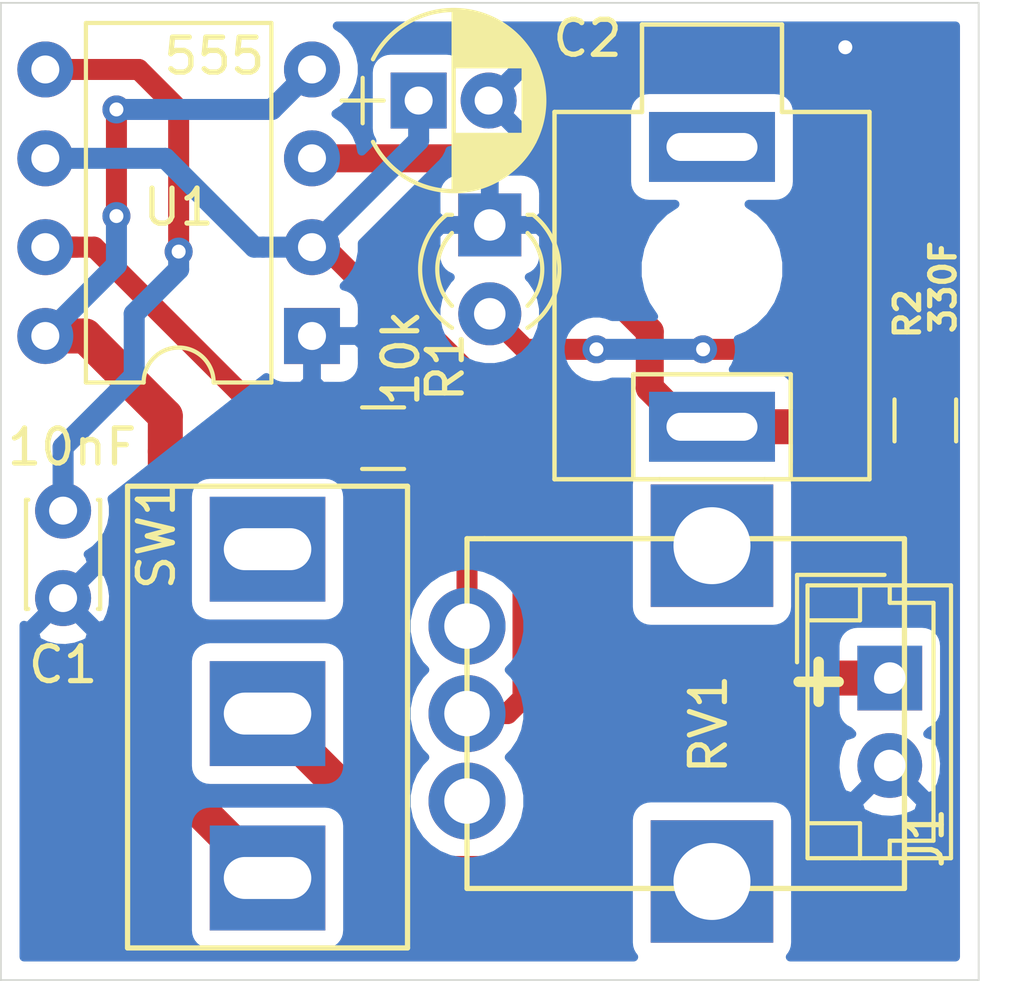
<source format=kicad_pcb>
(kicad_pcb (version 20171130) (host pcbnew "(5.1.9)-1")

  (general
    (thickness 1.6)
    (drawings 6)
    (tracks 72)
    (zones 0)
    (modules 10)
    (nets 12)
  )

  (page A4)
  (layers
    (0 F.Cu signal)
    (31 B.Cu signal)
    (32 B.Adhes user)
    (33 F.Adhes user)
    (34 B.Paste user)
    (35 F.Paste user)
    (36 B.SilkS user)
    (37 F.SilkS user)
    (38 B.Mask user)
    (39 F.Mask user)
    (40 Dwgs.User user)
    (41 Cmts.User user)
    (42 Eco1.User user)
    (43 Eco2.User user)
    (44 Edge.Cuts user)
    (45 Margin user)
    (46 B.CrtYd user)
    (47 F.CrtYd user)
    (48 B.Fab user)
    (49 F.Fab user hide)
  )

  (setup
    (last_trace_width 0.6)
    (user_trace_width 0.4)
    (user_trace_width 0.6)
    (user_trace_width 0.8)
    (user_trace_width 1)
    (trace_clearance 0.2)
    (zone_clearance 0.508)
    (zone_45_only no)
    (trace_min 0.25)
    (via_size 0.8)
    (via_drill 0.4)
    (via_min_size 0.6)
    (via_min_drill 0.3)
    (uvia_size 0.3)
    (uvia_drill 0.1)
    (uvias_allowed no)
    (uvia_min_size 0.2)
    (uvia_min_drill 0.1)
    (edge_width 0.05)
    (segment_width 0.2)
    (pcb_text_width 0.3)
    (pcb_text_size 1.5 1.5)
    (mod_edge_width 0.12)
    (mod_text_size 1 1)
    (mod_text_width 0.15)
    (pad_size 1.524 1.524)
    (pad_drill 0.762)
    (pad_to_mask_clearance 0)
    (aux_axis_origin 0 0)
    (visible_elements 7FFFFFFF)
    (pcbplotparams
      (layerselection 0x010f0_ffffffff)
      (usegerberextensions false)
      (usegerberattributes true)
      (usegerberadvancedattributes true)
      (creategerberjobfile true)
      (excludeedgelayer true)
      (linewidth 0.100000)
      (plotframeref false)
      (viasonmask false)
      (mode 1)
      (useauxorigin false)
      (hpglpennumber 1)
      (hpglpenspeed 20)
      (hpglpendiameter 15.000000)
      (psnegative false)
      (psa4output false)
      (plotreference true)
      (plotvalue true)
      (plotinvisibletext false)
      (padsonsilk false)
      (subtractmaskfromsilk false)
      (outputformat 1)
      (mirror false)
      (drillshape 0)
      (scaleselection 1)
      (outputdirectory "555 Timer"))
  )

  (net 0 "")
  (net 1 GND)
  (net 2 "Net-(C2-Pad1)")
  (net 3 "Net-(D1-Pad2)")
  (net 4 "Net-(J1-Pad1)")
  (net 5 "Net-(J2-Pad2)")
  (net 6 "Net-(J2-Pad1)")
  (net 7 +5V)
  (net 8 "Net-(R1-Pad2)")
  (net 9 "Net-(SW1-Pad3)")
  (net 10 "Net-(C1-Pad2)")
  (net 11 "Net-(RV1-Pad3)")

  (net_class Default "This is the default net class."
    (clearance 0.2)
    (trace_width 0.25)
    (via_dia 0.8)
    (via_drill 0.4)
    (uvia_dia 0.3)
    (uvia_drill 0.1)
    (diff_pair_width 0.25)
    (diff_pair_gap 0.25)
    (add_net +5V)
    (add_net GND)
    (add_net "Net-(C1-Pad2)")
    (add_net "Net-(C2-Pad1)")
    (add_net "Net-(D1-Pad2)")
    (add_net "Net-(J1-Pad1)")
    (add_net "Net-(J2-Pad1)")
    (add_net "Net-(J2-Pad2)")
    (add_net "Net-(R1-Pad2)")
    (add_net "Net-(RV1-Pad3)")
    (add_net "Net-(SW1-Pad3)")
  )

  (module Capacitors_THT:CP_Radial_D5.0mm_P2.00mm (layer F.Cu) (tedit 597BC7C2) (tstamp 603EEB6C)
    (at 138.938 78.994)
    (descr "CP, Radial series, Radial, pin pitch=2.00mm, , diameter=5mm, Electrolytic Capacitor")
    (tags "CP Radial series Radial pin pitch 2.00mm  diameter 5mm Electrolytic Capacitor")
    (path /6038A848)
    (fp_text reference C2 (at 4.826 -1.778) (layer F.SilkS)
      (effects (font (size 1 1) (thickness 0.15)))
    )
    (fp_text value 47uF (at 1 3.81) (layer F.Fab)
      (effects (font (size 1 1) (thickness 0.15)))
    )
    (fp_text user %R (at 1 0) (layer F.Fab)
      (effects (font (size 1 1) (thickness 0.15)))
    )
    (fp_arc (start 1 0) (end 3.30558 -1.18) (angle 54.2) (layer F.SilkS) (width 0.12))
    (fp_arc (start 1 0) (end -1.30558 1.18) (angle -125.8) (layer F.SilkS) (width 0.12))
    (fp_arc (start 1 0) (end -1.30558 -1.18) (angle 125.8) (layer F.SilkS) (width 0.12))
    (fp_circle (center 1 0) (end 3.5 0) (layer F.Fab) (width 0.1))
    (fp_line (start -2.2 0) (end -1 0) (layer F.Fab) (width 0.1))
    (fp_line (start -1.6 -0.65) (end -1.6 0.65) (layer F.Fab) (width 0.1))
    (fp_line (start 1 -2.55) (end 1 2.55) (layer F.SilkS) (width 0.12))
    (fp_line (start 1.04 -2.55) (end 1.04 -0.98) (layer F.SilkS) (width 0.12))
    (fp_line (start 1.04 0.98) (end 1.04 2.55) (layer F.SilkS) (width 0.12))
    (fp_line (start 1.08 -2.549) (end 1.08 -0.98) (layer F.SilkS) (width 0.12))
    (fp_line (start 1.08 0.98) (end 1.08 2.549) (layer F.SilkS) (width 0.12))
    (fp_line (start 1.12 -2.548) (end 1.12 -0.98) (layer F.SilkS) (width 0.12))
    (fp_line (start 1.12 0.98) (end 1.12 2.548) (layer F.SilkS) (width 0.12))
    (fp_line (start 1.16 -2.546) (end 1.16 -0.98) (layer F.SilkS) (width 0.12))
    (fp_line (start 1.16 0.98) (end 1.16 2.546) (layer F.SilkS) (width 0.12))
    (fp_line (start 1.2 -2.543) (end 1.2 -0.98) (layer F.SilkS) (width 0.12))
    (fp_line (start 1.2 0.98) (end 1.2 2.543) (layer F.SilkS) (width 0.12))
    (fp_line (start 1.24 -2.539) (end 1.24 -0.98) (layer F.SilkS) (width 0.12))
    (fp_line (start 1.24 0.98) (end 1.24 2.539) (layer F.SilkS) (width 0.12))
    (fp_line (start 1.28 -2.535) (end 1.28 -0.98) (layer F.SilkS) (width 0.12))
    (fp_line (start 1.28 0.98) (end 1.28 2.535) (layer F.SilkS) (width 0.12))
    (fp_line (start 1.32 -2.531) (end 1.32 -0.98) (layer F.SilkS) (width 0.12))
    (fp_line (start 1.32 0.98) (end 1.32 2.531) (layer F.SilkS) (width 0.12))
    (fp_line (start 1.36 -2.525) (end 1.36 -0.98) (layer F.SilkS) (width 0.12))
    (fp_line (start 1.36 0.98) (end 1.36 2.525) (layer F.SilkS) (width 0.12))
    (fp_line (start 1.4 -2.519) (end 1.4 -0.98) (layer F.SilkS) (width 0.12))
    (fp_line (start 1.4 0.98) (end 1.4 2.519) (layer F.SilkS) (width 0.12))
    (fp_line (start 1.44 -2.513) (end 1.44 -0.98) (layer F.SilkS) (width 0.12))
    (fp_line (start 1.44 0.98) (end 1.44 2.513) (layer F.SilkS) (width 0.12))
    (fp_line (start 1.48 -2.506) (end 1.48 -0.98) (layer F.SilkS) (width 0.12))
    (fp_line (start 1.48 0.98) (end 1.48 2.506) (layer F.SilkS) (width 0.12))
    (fp_line (start 1.52 -2.498) (end 1.52 -0.98) (layer F.SilkS) (width 0.12))
    (fp_line (start 1.52 0.98) (end 1.52 2.498) (layer F.SilkS) (width 0.12))
    (fp_line (start 1.56 -2.489) (end 1.56 -0.98) (layer F.SilkS) (width 0.12))
    (fp_line (start 1.56 0.98) (end 1.56 2.489) (layer F.SilkS) (width 0.12))
    (fp_line (start 1.6 -2.48) (end 1.6 -0.98) (layer F.SilkS) (width 0.12))
    (fp_line (start 1.6 0.98) (end 1.6 2.48) (layer F.SilkS) (width 0.12))
    (fp_line (start 1.64 -2.47) (end 1.64 -0.98) (layer F.SilkS) (width 0.12))
    (fp_line (start 1.64 0.98) (end 1.64 2.47) (layer F.SilkS) (width 0.12))
    (fp_line (start 1.68 -2.46) (end 1.68 -0.98) (layer F.SilkS) (width 0.12))
    (fp_line (start 1.68 0.98) (end 1.68 2.46) (layer F.SilkS) (width 0.12))
    (fp_line (start 1.721 -2.448) (end 1.721 -0.98) (layer F.SilkS) (width 0.12))
    (fp_line (start 1.721 0.98) (end 1.721 2.448) (layer F.SilkS) (width 0.12))
    (fp_line (start 1.761 -2.436) (end 1.761 -0.98) (layer F.SilkS) (width 0.12))
    (fp_line (start 1.761 0.98) (end 1.761 2.436) (layer F.SilkS) (width 0.12))
    (fp_line (start 1.801 -2.424) (end 1.801 -0.98) (layer F.SilkS) (width 0.12))
    (fp_line (start 1.801 0.98) (end 1.801 2.424) (layer F.SilkS) (width 0.12))
    (fp_line (start 1.841 -2.41) (end 1.841 -0.98) (layer F.SilkS) (width 0.12))
    (fp_line (start 1.841 0.98) (end 1.841 2.41) (layer F.SilkS) (width 0.12))
    (fp_line (start 1.881 -2.396) (end 1.881 -0.98) (layer F.SilkS) (width 0.12))
    (fp_line (start 1.881 0.98) (end 1.881 2.396) (layer F.SilkS) (width 0.12))
    (fp_line (start 1.921 -2.382) (end 1.921 -0.98) (layer F.SilkS) (width 0.12))
    (fp_line (start 1.921 0.98) (end 1.921 2.382) (layer F.SilkS) (width 0.12))
    (fp_line (start 1.961 -2.366) (end 1.961 -0.98) (layer F.SilkS) (width 0.12))
    (fp_line (start 1.961 0.98) (end 1.961 2.366) (layer F.SilkS) (width 0.12))
    (fp_line (start 2.001 -2.35) (end 2.001 -0.98) (layer F.SilkS) (width 0.12))
    (fp_line (start 2.001 0.98) (end 2.001 2.35) (layer F.SilkS) (width 0.12))
    (fp_line (start 2.041 -2.333) (end 2.041 -0.98) (layer F.SilkS) (width 0.12))
    (fp_line (start 2.041 0.98) (end 2.041 2.333) (layer F.SilkS) (width 0.12))
    (fp_line (start 2.081 -2.315) (end 2.081 -0.98) (layer F.SilkS) (width 0.12))
    (fp_line (start 2.081 0.98) (end 2.081 2.315) (layer F.SilkS) (width 0.12))
    (fp_line (start 2.121 -2.296) (end 2.121 -0.98) (layer F.SilkS) (width 0.12))
    (fp_line (start 2.121 0.98) (end 2.121 2.296) (layer F.SilkS) (width 0.12))
    (fp_line (start 2.161 -2.276) (end 2.161 -0.98) (layer F.SilkS) (width 0.12))
    (fp_line (start 2.161 0.98) (end 2.161 2.276) (layer F.SilkS) (width 0.12))
    (fp_line (start 2.201 -2.256) (end 2.201 -0.98) (layer F.SilkS) (width 0.12))
    (fp_line (start 2.201 0.98) (end 2.201 2.256) (layer F.SilkS) (width 0.12))
    (fp_line (start 2.241 -2.234) (end 2.241 -0.98) (layer F.SilkS) (width 0.12))
    (fp_line (start 2.241 0.98) (end 2.241 2.234) (layer F.SilkS) (width 0.12))
    (fp_line (start 2.281 -2.212) (end 2.281 -0.98) (layer F.SilkS) (width 0.12))
    (fp_line (start 2.281 0.98) (end 2.281 2.212) (layer F.SilkS) (width 0.12))
    (fp_line (start 2.321 -2.189) (end 2.321 -0.98) (layer F.SilkS) (width 0.12))
    (fp_line (start 2.321 0.98) (end 2.321 2.189) (layer F.SilkS) (width 0.12))
    (fp_line (start 2.361 -2.165) (end 2.361 -0.98) (layer F.SilkS) (width 0.12))
    (fp_line (start 2.361 0.98) (end 2.361 2.165) (layer F.SilkS) (width 0.12))
    (fp_line (start 2.401 -2.14) (end 2.401 -0.98) (layer F.SilkS) (width 0.12))
    (fp_line (start 2.401 0.98) (end 2.401 2.14) (layer F.SilkS) (width 0.12))
    (fp_line (start 2.441 -2.113) (end 2.441 -0.98) (layer F.SilkS) (width 0.12))
    (fp_line (start 2.441 0.98) (end 2.441 2.113) (layer F.SilkS) (width 0.12))
    (fp_line (start 2.481 -2.086) (end 2.481 -0.98) (layer F.SilkS) (width 0.12))
    (fp_line (start 2.481 0.98) (end 2.481 2.086) (layer F.SilkS) (width 0.12))
    (fp_line (start 2.521 -2.058) (end 2.521 -0.98) (layer F.SilkS) (width 0.12))
    (fp_line (start 2.521 0.98) (end 2.521 2.058) (layer F.SilkS) (width 0.12))
    (fp_line (start 2.561 -2.028) (end 2.561 -0.98) (layer F.SilkS) (width 0.12))
    (fp_line (start 2.561 0.98) (end 2.561 2.028) (layer F.SilkS) (width 0.12))
    (fp_line (start 2.601 -1.997) (end 2.601 -0.98) (layer F.SilkS) (width 0.12))
    (fp_line (start 2.601 0.98) (end 2.601 1.997) (layer F.SilkS) (width 0.12))
    (fp_line (start 2.641 -1.965) (end 2.641 -0.98) (layer F.SilkS) (width 0.12))
    (fp_line (start 2.641 0.98) (end 2.641 1.965) (layer F.SilkS) (width 0.12))
    (fp_line (start 2.681 -1.932) (end 2.681 -0.98) (layer F.SilkS) (width 0.12))
    (fp_line (start 2.681 0.98) (end 2.681 1.932) (layer F.SilkS) (width 0.12))
    (fp_line (start 2.721 -1.897) (end 2.721 -0.98) (layer F.SilkS) (width 0.12))
    (fp_line (start 2.721 0.98) (end 2.721 1.897) (layer F.SilkS) (width 0.12))
    (fp_line (start 2.761 -1.861) (end 2.761 -0.98) (layer F.SilkS) (width 0.12))
    (fp_line (start 2.761 0.98) (end 2.761 1.861) (layer F.SilkS) (width 0.12))
    (fp_line (start 2.801 -1.823) (end 2.801 -0.98) (layer F.SilkS) (width 0.12))
    (fp_line (start 2.801 0.98) (end 2.801 1.823) (layer F.SilkS) (width 0.12))
    (fp_line (start 2.841 -1.783) (end 2.841 -0.98) (layer F.SilkS) (width 0.12))
    (fp_line (start 2.841 0.98) (end 2.841 1.783) (layer F.SilkS) (width 0.12))
    (fp_line (start 2.881 -1.742) (end 2.881 -0.98) (layer F.SilkS) (width 0.12))
    (fp_line (start 2.881 0.98) (end 2.881 1.742) (layer F.SilkS) (width 0.12))
    (fp_line (start 2.921 -1.699) (end 2.921 -0.98) (layer F.SilkS) (width 0.12))
    (fp_line (start 2.921 0.98) (end 2.921 1.699) (layer F.SilkS) (width 0.12))
    (fp_line (start 2.961 -1.654) (end 2.961 -0.98) (layer F.SilkS) (width 0.12))
    (fp_line (start 2.961 0.98) (end 2.961 1.654) (layer F.SilkS) (width 0.12))
    (fp_line (start 3.001 -1.606) (end 3.001 1.606) (layer F.SilkS) (width 0.12))
    (fp_line (start 3.041 -1.556) (end 3.041 1.556) (layer F.SilkS) (width 0.12))
    (fp_line (start 3.081 -1.504) (end 3.081 1.504) (layer F.SilkS) (width 0.12))
    (fp_line (start 3.121 -1.448) (end 3.121 1.448) (layer F.SilkS) (width 0.12))
    (fp_line (start 3.161 -1.39) (end 3.161 1.39) (layer F.SilkS) (width 0.12))
    (fp_line (start 3.201 -1.327) (end 3.201 1.327) (layer F.SilkS) (width 0.12))
    (fp_line (start 3.241 -1.261) (end 3.241 1.261) (layer F.SilkS) (width 0.12))
    (fp_line (start 3.281 -1.189) (end 3.281 1.189) (layer F.SilkS) (width 0.12))
    (fp_line (start 3.321 -1.112) (end 3.321 1.112) (layer F.SilkS) (width 0.12))
    (fp_line (start 3.361 -1.028) (end 3.361 1.028) (layer F.SilkS) (width 0.12))
    (fp_line (start 3.401 -0.934) (end 3.401 0.934) (layer F.SilkS) (width 0.12))
    (fp_line (start 3.441 -0.829) (end 3.441 0.829) (layer F.SilkS) (width 0.12))
    (fp_line (start 3.481 -0.707) (end 3.481 0.707) (layer F.SilkS) (width 0.12))
    (fp_line (start 3.521 -0.559) (end 3.521 0.559) (layer F.SilkS) (width 0.12))
    (fp_line (start 3.561 -0.354) (end 3.561 0.354) (layer F.SilkS) (width 0.12))
    (fp_line (start -2.2 0) (end -1 0) (layer F.SilkS) (width 0.12))
    (fp_line (start -1.6 -0.65) (end -1.6 0.65) (layer F.SilkS) (width 0.12))
    (fp_line (start -1.85 -2.85) (end -1.85 2.85) (layer F.CrtYd) (width 0.05))
    (fp_line (start -1.85 2.85) (end 3.85 2.85) (layer F.CrtYd) (width 0.05))
    (fp_line (start 3.85 2.85) (end 3.85 -2.85) (layer F.CrtYd) (width 0.05))
    (fp_line (start 3.85 -2.85) (end -1.85 -2.85) (layer F.CrtYd) (width 0.05))
    (pad 2 thru_hole circle (at 2 0) (size 1.6 1.6) (drill 0.8) (layers *.Cu *.Mask)
      (net 1 GND))
    (pad 1 thru_hole rect (at 0 0) (size 1.6 1.6) (drill 0.8) (layers *.Cu *.Mask)
      (net 2 "Net-(C2-Pad1)"))
    (model ${KISYS3DMOD}/Capacitors_THT.3dshapes/CP_Radial_D5.0mm_P2.00mm.wrl
      (at (xyz 0 0 0))
      (scale (xyz 1 1 1))
      (rotate (xyz 0 0 0))
    )
  )

  (module Connectors_JST:JST_EH_B02B-EH-A_02x2.50mm_Straight (layer F.Cu) (tedit 58A3B0B5) (tstamp 60384347)
    (at 152.4 95.504 270)
    (descr "JST EH series connector, B02B-EH-A, 2.50mm pitch, top entry")
    (tags "connector jst eh top vertical straight")
    (path /60394B3B)
    (fp_text reference J1 (at 4.572 -1.016 90) (layer F.SilkS)
      (effects (font (size 1 1) (thickness 0.15)))
    )
    (fp_text value Conn_01x02 (at 1.25 3.5 90) (layer F.Fab)
      (effects (font (size 1 1) (thickness 0.15)))
    )
    (fp_text user %R (at 1.25 -3 90) (layer F.Fab)
      (effects (font (size 1 1) (thickness 0.15)))
    )
    (fp_line (start -2.5 -1.6) (end -2.5 2.2) (layer F.Fab) (width 0.1))
    (fp_line (start -2.5 2.2) (end 5 2.2) (layer F.Fab) (width 0.1))
    (fp_line (start 5 2.2) (end 5 -1.6) (layer F.Fab) (width 0.1))
    (fp_line (start 5 -1.6) (end -2.5 -1.6) (layer F.Fab) (width 0.1))
    (fp_line (start -2.65 -1.75) (end -2.65 2.35) (layer F.SilkS) (width 0.12))
    (fp_line (start -2.65 2.35) (end 5.15 2.35) (layer F.SilkS) (width 0.12))
    (fp_line (start 5.15 2.35) (end 5.15 -1.75) (layer F.SilkS) (width 0.12))
    (fp_line (start 5.15 -1.75) (end -2.65 -1.75) (layer F.SilkS) (width 0.12))
    (fp_line (start -2.65 0) (end -2.15 0) (layer F.SilkS) (width 0.12))
    (fp_line (start -2.15 0) (end -2.15 -1.25) (layer F.SilkS) (width 0.12))
    (fp_line (start -2.15 -1.25) (end 4.65 -1.25) (layer F.SilkS) (width 0.12))
    (fp_line (start 4.65 -1.25) (end 4.65 0) (layer F.SilkS) (width 0.12))
    (fp_line (start 4.65 0) (end 5.15 0) (layer F.SilkS) (width 0.12))
    (fp_line (start -2.65 0.85) (end -1.65 0.85) (layer F.SilkS) (width 0.12))
    (fp_line (start -1.65 0.85) (end -1.65 2.35) (layer F.SilkS) (width 0.12))
    (fp_line (start 5.15 0.85) (end 4.15 0.85) (layer F.SilkS) (width 0.12))
    (fp_line (start 4.15 0.85) (end 4.15 2.35) (layer F.SilkS) (width 0.12))
    (fp_line (start -2.95 0.15) (end -2.95 2.65) (layer F.SilkS) (width 0.12))
    (fp_line (start -2.95 2.65) (end -0.45 2.65) (layer F.SilkS) (width 0.12))
    (fp_line (start -2.95 0.15) (end -2.95 2.65) (layer F.Fab) (width 0.1))
    (fp_line (start -2.95 2.65) (end -0.45 2.65) (layer F.Fab) (width 0.1))
    (fp_line (start -3.15 -2.25) (end -3.15 2.85) (layer F.CrtYd) (width 0.05))
    (fp_line (start -3.15 2.85) (end 5.65 2.85) (layer F.CrtYd) (width 0.05))
    (fp_line (start 5.65 2.85) (end 5.65 -2.25) (layer F.CrtYd) (width 0.05))
    (fp_line (start 5.65 -2.25) (end -3.15 -2.25) (layer F.CrtYd) (width 0.05))
    (pad 2 thru_hole circle (at 2.5 0 270) (size 1.85 1.85) (drill 0.9) (layers *.Cu *.Mask)
      (net 1 GND))
    (pad 1 thru_hole rect (at 0 0 270) (size 1.85 1.85) (drill 0.9) (layers *.Cu *.Mask)
      (net 4 "Net-(J1-Pad1)"))
    (model Connectors_JST.3dshapes/JST_EH_B02B-EH-A_02x2.50mm_Straight.wrl
      (at (xyz 0 0 0))
      (scale (xyz 1 1 1))
      (rotate (xyz 0 0 0))
    )
  )

  (module Custom_Components:Potentiometer_RV09 (layer F.Cu) (tedit 603ED282) (tstamp 60385ACD)
    (at 147.32 96.52 270)
    (path /6038ECD1)
    (fp_text reference RV1 (at 0.3 0.1 90) (layer F.SilkS)
      (effects (font (size 1 1) (thickness 0.15)))
    )
    (fp_text value 100k (at 0 -1.905 90) (layer F.Fab)
      (effects (font (size 1 1) (thickness 0.15)))
    )
    (fp_line (start -5 -5.5) (end 5 -5.5) (layer F.SilkS) (width 0.15))
    (fp_line (start -5 -5.5) (end -5 6.5) (layer F.SilkS) (width 0.15))
    (fp_line (start -5 6.5) (end -5 7) (layer F.SilkS) (width 0.15))
    (fp_line (start -5 7) (end 5 7) (layer F.SilkS) (width 0.15))
    (fp_line (start 5 7) (end 5 -5.5) (layer F.SilkS) (width 0.15))
    (pad 3 thru_hole circle (at 2.5 7 270) (size 2.2 2.2) (drill 1.3) (layers *.Cu *.Mask)
      (net 11 "Net-(RV1-Pad3)"))
    (pad 2 thru_hole circle (at 0 7 270) (size 2.2 2.2) (drill 1.3) (layers *.Cu *.Mask)
      (net 2 "Net-(C2-Pad1)"))
    (pad 1 thru_hole circle (at -2.5 7 270) (size 2.2 2.2) (drill 1.3) (layers *.Cu *.Mask)
      (net 8 "Net-(R1-Pad2)"))
    (pad 0 thru_hole rect (at 4.8 0 270) (size 3.5 3.5) (drill 2.2) (layers *.Cu *.Mask))
    (pad 0 thru_hole rect (at -4.8 0 270) (size 3.5 3.5) (drill 2.2) (layers *.Cu *.Mask))
  )

  (module Housings_DIP:DIP-8_W7.62mm (layer F.Cu) (tedit 59C78D6B) (tstamp 603EE94E)
    (at 135.89 85.725 180)
    (descr "8-lead though-hole mounted DIP package, row spacing 7.62 mm (300 mils)")
    (tags "THT DIP DIL PDIP 2.54mm 7.62mm 300mil")
    (path /603C819C)
    (fp_text reference U1 (at 3.81 3.683) (layer F.SilkS)
      (effects (font (size 1 1) (thickness 0.15)))
    )
    (fp_text value NE555 (at 3.81 9.95) (layer F.Fab)
      (effects (font (size 1 1) (thickness 0.15)))
    )
    (fp_line (start 8.7 -1.55) (end -1.1 -1.55) (layer F.CrtYd) (width 0.05))
    (fp_line (start 8.7 9.15) (end 8.7 -1.55) (layer F.CrtYd) (width 0.05))
    (fp_line (start -1.1 9.15) (end 8.7 9.15) (layer F.CrtYd) (width 0.05))
    (fp_line (start -1.1 -1.55) (end -1.1 9.15) (layer F.CrtYd) (width 0.05))
    (fp_line (start 6.46 -1.33) (end 4.81 -1.33) (layer F.SilkS) (width 0.12))
    (fp_line (start 6.46 8.95) (end 6.46 -1.33) (layer F.SilkS) (width 0.12))
    (fp_line (start 1.16 8.95) (end 6.46 8.95) (layer F.SilkS) (width 0.12))
    (fp_line (start 1.16 -1.33) (end 1.16 8.95) (layer F.SilkS) (width 0.12))
    (fp_line (start 2.81 -1.33) (end 1.16 -1.33) (layer F.SilkS) (width 0.12))
    (fp_line (start 0.635 -0.27) (end 1.635 -1.27) (layer F.Fab) (width 0.1))
    (fp_line (start 0.635 8.89) (end 0.635 -0.27) (layer F.Fab) (width 0.1))
    (fp_line (start 6.985 8.89) (end 0.635 8.89) (layer F.Fab) (width 0.1))
    (fp_line (start 6.985 -1.27) (end 6.985 8.89) (layer F.Fab) (width 0.1))
    (fp_line (start 1.635 -1.27) (end 6.985 -1.27) (layer F.Fab) (width 0.1))
    (fp_arc (start 3.81 -1.33) (end 2.81 -1.33) (angle -180) (layer F.SilkS) (width 0.12))
    (fp_text user %R (at 3.81 3.81) (layer F.Fab)
      (effects (font (size 1 1) (thickness 0.15)))
    )
    (pad 1 thru_hole rect (at 0 0 180) (size 1.6 1.6) (drill 0.8) (layers *.Cu *.Mask)
      (net 1 GND))
    (pad 5 thru_hole oval (at 7.62 7.62 180) (size 1.6 1.6) (drill 0.8) (layers *.Cu *.Mask)
      (net 10 "Net-(C1-Pad2)"))
    (pad 2 thru_hole oval (at 0 2.54 180) (size 1.6 1.6) (drill 0.8) (layers *.Cu *.Mask)
      (net 2 "Net-(C2-Pad1)"))
    (pad 6 thru_hole oval (at 7.62 5.08 180) (size 1.6 1.6) (drill 0.8) (layers *.Cu *.Mask)
      (net 2 "Net-(C2-Pad1)"))
    (pad 3 thru_hole oval (at 0 5.08 180) (size 1.6 1.6) (drill 0.8) (layers *.Cu *.Mask)
      (net 6 "Net-(J2-Pad1)"))
    (pad 7 thru_hole oval (at 7.62 2.54 180) (size 1.6 1.6) (drill 0.8) (layers *.Cu *.Mask)
      (net 8 "Net-(R1-Pad2)"))
    (pad 4 thru_hole oval (at 0 7.62 180) (size 1.6 1.6) (drill 0.8) (layers *.Cu *.Mask)
      (net 7 +5V))
    (pad 8 thru_hole oval (at 7.62 0 180) (size 1.6 1.6) (drill 0.8) (layers *.Cu *.Mask)
      (net 7 +5V))
    (model ${KISYS3DMOD}/Housings_DIP.3dshapes/DIP-8_W7.62mm.wrl
      (at (xyz 0 0 0))
      (scale (xyz 1 1 1))
      (rotate (xyz 0 0 0))
    )
  )

  (module Resistors_SMD:R_0805_HandSoldering (layer F.Cu) (tedit 58E0A804) (tstamp 603EEDCE)
    (at 153.416 88.138 90)
    (descr "Resistor SMD 0805, hand soldering")
    (tags "resistor 0805")
    (path /6039A6CB)
    (attr smd)
    (fp_text reference R2 (at 3.048 -0.508 90) (layer F.SilkS)
      (effects (font (size 0.7 0.7) (thickness 0.15)))
    )
    (fp_text value 330F (at 3.81 0.508 90) (layer F.SilkS)
      (effects (font (size 0.7 0.7) (thickness 0.15)))
    )
    (fp_line (start 2.35 0.9) (end -2.35 0.9) (layer F.CrtYd) (width 0.05))
    (fp_line (start 2.35 0.9) (end 2.35 -0.9) (layer F.CrtYd) (width 0.05))
    (fp_line (start -2.35 -0.9) (end -2.35 0.9) (layer F.CrtYd) (width 0.05))
    (fp_line (start -2.35 -0.9) (end 2.35 -0.9) (layer F.CrtYd) (width 0.05))
    (fp_line (start -0.6 -0.88) (end 0.6 -0.88) (layer F.SilkS) (width 0.12))
    (fp_line (start 0.6 0.88) (end -0.6 0.88) (layer F.SilkS) (width 0.12))
    (fp_line (start -1 -0.62) (end 1 -0.62) (layer F.Fab) (width 0.1))
    (fp_line (start 1 -0.62) (end 1 0.62) (layer F.Fab) (width 0.1))
    (fp_line (start 1 0.62) (end -1 0.62) (layer F.Fab) (width 0.1))
    (fp_line (start -1 0.62) (end -1 -0.62) (layer F.Fab) (width 0.1))
    (fp_text user %R (at 0 0 90) (layer F.Fab)
      (effects (font (size 0.5 0.5) (thickness 0.075)))
    )
    (pad 1 smd rect (at -1.35 0 90) (size 1.5 1.3) (layers F.Cu F.Paste F.Mask)
      (net 6 "Net-(J2-Pad1)"))
    (pad 2 smd rect (at 1.35 0 90) (size 1.5 1.3) (layers F.Cu F.Paste F.Mask)
      (net 3 "Net-(D1-Pad2)"))
    (model ${KISYS3DMOD}/Resistors_SMD.3dshapes/R_0805.wrl
      (at (xyz 0 0 0))
      (scale (xyz 1 1 1))
      (rotate (xyz 0 0 0))
    )
  )

  (module Resistors_SMD:R_0805_HandSoldering (layer F.Cu) (tedit 58E0A804) (tstamp 60384FE0)
    (at 137.922 88.646)
    (descr "Resistor SMD 0805, hand soldering")
    (tags "resistor 0805")
    (path /6038D36D)
    (attr smd)
    (fp_text reference R1 (at 1.778 -2.032 270) (layer F.SilkS)
      (effects (font (size 1 1) (thickness 0.15)))
    )
    (fp_text value 10k (at 0.508 -2.286 270) (layer F.SilkS)
      (effects (font (size 1 1) (thickness 0.15)))
    )
    (fp_line (start 2.35 0.9) (end -2.35 0.9) (layer F.CrtYd) (width 0.05))
    (fp_line (start 2.35 0.9) (end 2.35 -0.9) (layer F.CrtYd) (width 0.05))
    (fp_line (start -2.35 -0.9) (end -2.35 0.9) (layer F.CrtYd) (width 0.05))
    (fp_line (start -2.35 -0.9) (end 2.35 -0.9) (layer F.CrtYd) (width 0.05))
    (fp_line (start -0.6 -0.88) (end 0.6 -0.88) (layer F.SilkS) (width 0.12))
    (fp_line (start 0.6 0.88) (end -0.6 0.88) (layer F.SilkS) (width 0.12))
    (fp_line (start -1 -0.62) (end 1 -0.62) (layer F.Fab) (width 0.1))
    (fp_line (start 1 -0.62) (end 1 0.62) (layer F.Fab) (width 0.1))
    (fp_line (start 1 0.62) (end -1 0.62) (layer F.Fab) (width 0.1))
    (fp_line (start -1 0.62) (end -1 -0.62) (layer F.Fab) (width 0.1))
    (fp_text user %R (at 0 0 180) (layer F.Fab)
      (effects (font (size 0.5 0.5) (thickness 0.075)))
    )
    (pad 1 smd rect (at -1.35 0) (size 1.5 1.3) (layers F.Cu F.Paste F.Mask)
      (net 7 +5V))
    (pad 2 smd rect (at 1.35 0) (size 1.5 1.3) (layers F.Cu F.Paste F.Mask)
      (net 8 "Net-(R1-Pad2)"))
    (model ${KISYS3DMOD}/Resistors_SMD.3dshapes/R_0805.wrl
      (at (xyz 0 0 0))
      (scale (xyz 1 1 1))
      (rotate (xyz 0 0 0))
    )
  )

  (module "Custom_Components:SPDT Through Hole Switch" (layer F.Cu) (tedit 603EC60A) (tstamp 603EDC76)
    (at 134.62 101.22 180)
    (path /603A2289)
    (fp_text reference SW1 (at 3.175 9.78 90) (layer F.SilkS)
      (effects (font (size 1 1) (thickness 0.15)))
    )
    (fp_text value SW_SPDT (at 0 -3) (layer F.Fab)
      (effects (font (size 1 1) (thickness 0.15)))
    )
    (fp_line (start 4 -2) (end -4 -2) (layer F.SilkS) (width 0.15))
    (fp_line (start -4 -2) (end -4 11.2) (layer F.SilkS) (width 0.15))
    (fp_line (start -4 11.2) (end 4 11.2) (layer F.SilkS) (width 0.15))
    (fp_line (start 4 11.2) (end 4 -2) (layer F.SilkS) (width 0.15))
    (pad 3 thru_hole rect (at 0 9.4 180) (size 3.3 3) (drill oval 2.5 1.2) (layers *.Cu *.Mask)
      (net 9 "Net-(SW1-Pad3)"))
    (pad 2 thru_hole rect (at 0 4.7 180) (size 3.3 3) (drill oval 2.5 1.2) (layers *.Cu *.Mask)
      (net 4 "Net-(J1-Pad1)"))
    (pad 1 thru_hole rect (at 0 0 180) (size 3.3 3) (drill oval 2.5 1.2) (layers *.Cu *.Mask)
      (net 7 +5V))
  )

  (module Custom_Components:WQP-PJ301M-12_JACK-UPDATE (layer F.Cu) (tedit 603EA412) (tstamp 6038435E)
    (at 147.32 83.82 180)
    (path /60385D9B)
    (fp_text reference J2 (at 2.794 4.318 90) (layer F.SilkS) hide
      (effects (font (size 1.2065 1.2065) (thickness 0.1016)) (justify right bottom))
    )
    (fp_text value Conn_01x03 (at -9.144 11.43) (layer F.SilkS) hide
      (effects (font (size 1.27 1.27) (thickness 0.15)))
    )
    (fp_line (start 2 7) (end -2 7) (layer F.SilkS) (width 0.127))
    (fp_line (start 2 7) (end 2 4.5) (layer F.SilkS) (width 0.127))
    (fp_line (start -2 6.7) (end -2 7) (layer F.SilkS) (width 0.127))
    (fp_line (start -2 4.5) (end -2 6.672) (layer F.SilkS) (width 0.127))
    (fp_line (start 2.25 -3) (end 2.25 -6) (layer F.SilkS) (width 0.127))
    (fp_line (start -2.25 -3) (end 2.25 -3) (layer F.SilkS) (width 0.127))
    (fp_line (start -2.25 -6) (end -2.25 -3) (layer F.SilkS) (width 0.127))
    (fp_line (start 4.5 4.5) (end 4.5 -6) (layer F.SilkS) (width 0.127))
    (fp_line (start 2 4.5) (end 4.5 4.5) (layer F.SilkS) (width 0.127))
    (fp_line (start -4.5 4.5) (end -2 4.5) (layer F.SilkS) (width 0.127))
    (fp_line (start -4.5 -6) (end -4.5 4.5) (layer F.SilkS) (width 0.127))
    (fp_line (start 1.5 -6) (end 4.5 -6) (layer F.SilkS) (width 0.127))
    (fp_line (start -1.5 -6) (end 1.5 -6) (layer F.SilkS) (width 0.127))
    (fp_line (start -4.5 -6) (end -1.5 -6) (layer F.SilkS) (width 0.127))
    (pad "" np_thru_hole circle (at 0 0 180) (size 3 3) (drill 3) (layers *.Cu *.Mask)
      (solder_mask_margin 0.1016))
    (pad 3 smd rect (at 0 6 180) (size 3 1.5) (layers F.Cu F.Paste F.Mask)
      (net 1 GND) (solder_mask_margin 0.1016))
    (pad 2 thru_hole rect (at 0 3.5 180) (size 3.6 2) (drill oval 2.6 0.8) (layers *.Cu *.Mask)
      (net 5 "Net-(J2-Pad2)") (solder_mask_margin 0.1016))
    (pad 1 thru_hole rect (at 0 -4.5 180) (size 3.6 2) (drill oval 2.6 0.8) (layers *.Cu *.Mask)
      (net 6 "Net-(J2-Pad1)") (solder_mask_margin 0.1016) (zone_connect 2))
  )

  (module LEDs:LED_D3.0mm (layer F.Cu) (tedit 587A3A7B) (tstamp 603F0468)
    (at 140.97 82.55 270)
    (descr "LED, diameter 3.0mm, 2 pins")
    (tags "LED diameter 3.0mm 2 pins")
    (path /6039AC3B)
    (fp_text reference D1 (at 1.27 -2.96 90) (layer F.SilkS) hide
      (effects (font (size 1 1) (thickness 0.15)))
    )
    (fp_text value LED (at 1.27 2.96 90) (layer F.Fab)
      (effects (font (size 1 1) (thickness 0.15)))
    )
    (fp_line (start 3.7 -2.25) (end -1.15 -2.25) (layer F.CrtYd) (width 0.05))
    (fp_line (start 3.7 2.25) (end 3.7 -2.25) (layer F.CrtYd) (width 0.05))
    (fp_line (start -1.15 2.25) (end 3.7 2.25) (layer F.CrtYd) (width 0.05))
    (fp_line (start -1.15 -2.25) (end -1.15 2.25) (layer F.CrtYd) (width 0.05))
    (fp_line (start -0.29 1.08) (end -0.29 1.236) (layer F.SilkS) (width 0.12))
    (fp_line (start -0.29 -1.236) (end -0.29 -1.08) (layer F.SilkS) (width 0.12))
    (fp_line (start -0.23 -1.16619) (end -0.23 1.16619) (layer F.Fab) (width 0.1))
    (fp_circle (center 1.27 0) (end 2.77 0) (layer F.Fab) (width 0.1))
    (fp_arc (start 1.27 0) (end -0.23 -1.16619) (angle 284.3) (layer F.Fab) (width 0.1))
    (fp_arc (start 1.27 0) (end -0.29 -1.235516) (angle 108.8) (layer F.SilkS) (width 0.12))
    (fp_arc (start 1.27 0) (end -0.29 1.235516) (angle -108.8) (layer F.SilkS) (width 0.12))
    (fp_arc (start 1.27 0) (end 0.229039 -1.08) (angle 87.9) (layer F.SilkS) (width 0.12))
    (fp_arc (start 1.27 0) (end 0.229039 1.08) (angle -87.9) (layer F.SilkS) (width 0.12))
    (pad 1 thru_hole rect (at 0 0 270) (size 1.8 1.8) (drill 0.9) (layers *.Cu *.Mask)
      (net 1 GND))
    (pad 2 thru_hole circle (at 2.54 0 270) (size 1.8 1.8) (drill 0.9) (layers *.Cu *.Mask)
      (net 3 "Net-(D1-Pad2)"))
    (model ${KISYS3DMOD}/LEDs.3dshapes/LED_D3.0mm.wrl
      (at (xyz 0 0 0))
      (scale (xyz 0.393701 0.393701 0.393701))
      (rotate (xyz 0 0 0))
    )
  )

  (module Capacitors_THT:C_Disc_D3.0mm_W2.0mm_P2.50mm (layer F.Cu) (tedit 597BC7C2) (tstamp 60385D98)
    (at 128.778 93.218 90)
    (descr "C, Disc series, Radial, pin pitch=2.50mm, , diameter*width=3*2mm^2, Capacitor")
    (tags "C Disc series Radial pin pitch 2.50mm  diameter 3mm width 2mm Capacitor")
    (path /603886DF)
    (fp_text reference C1 (at -1.905 0 180) (layer F.SilkS)
      (effects (font (size 1 1) (thickness 0.15)))
    )
    (fp_text value 10nF (at 4.318 0.254 180) (layer F.SilkS)
      (effects (font (size 1 1) (thickness 0.15)))
    )
    (fp_line (start 3.55 -1.35) (end -1.05 -1.35) (layer F.CrtYd) (width 0.05))
    (fp_line (start 3.55 1.35) (end 3.55 -1.35) (layer F.CrtYd) (width 0.05))
    (fp_line (start -1.05 1.35) (end 3.55 1.35) (layer F.CrtYd) (width 0.05))
    (fp_line (start -1.05 -1.35) (end -1.05 1.35) (layer F.CrtYd) (width 0.05))
    (fp_line (start 2.81 0.996) (end 2.81 1.06) (layer F.SilkS) (width 0.12))
    (fp_line (start 2.81 -1.06) (end 2.81 -0.996) (layer F.SilkS) (width 0.12))
    (fp_line (start -0.31 0.996) (end -0.31 1.06) (layer F.SilkS) (width 0.12))
    (fp_line (start -0.31 -1.06) (end -0.31 -0.996) (layer F.SilkS) (width 0.12))
    (fp_line (start -0.31 1.06) (end 2.81 1.06) (layer F.SilkS) (width 0.12))
    (fp_line (start -0.31 -1.06) (end 2.81 -1.06) (layer F.SilkS) (width 0.12))
    (fp_line (start 2.75 -1) (end -0.25 -1) (layer F.Fab) (width 0.1))
    (fp_line (start 2.75 1) (end 2.75 -1) (layer F.Fab) (width 0.1))
    (fp_line (start -0.25 1) (end 2.75 1) (layer F.Fab) (width 0.1))
    (fp_line (start -0.25 -1) (end -0.25 1) (layer F.Fab) (width 0.1))
    (fp_text user %R (at 1.25 0 90) (layer F.Fab)
      (effects (font (size 1 1) (thickness 0.15)))
    )
    (pad 1 thru_hole circle (at 0 0 90) (size 1.6 1.6) (drill 0.8) (layers *.Cu *.Mask)
      (net 1 GND))
    (pad 2 thru_hole circle (at 2.5 0 90) (size 1.6 1.6) (drill 0.8) (layers *.Cu *.Mask)
      (net 10 "Net-(C1-Pad2)"))
    (model ${KISYS3DMOD}/Capacitors_THT.3dshapes/C_Disc_D3.0mm_W2.0mm_P2.50mm.wrl
      (at (xyz 0 0 0))
      (scale (xyz 1 1 1))
      (rotate (xyz 0 0 0))
    )
  )

  (gr_text 555 (at 133.096 77.724) (layer F.SilkS)
    (effects (font (size 1 1) (thickness 0.15)))
  )
  (gr_text + (at 150.368 95.504) (layer F.SilkS)
    (effects (font (size 1.5 1.5) (thickness 0.3)))
  )
  (gr_line (start 127 104.14) (end 127 76.2) (layer Edge.Cuts) (width 0.05) (tstamp 603842C1))
  (gr_line (start 154.94 104.14) (end 127 104.14) (layer Edge.Cuts) (width 0.05))
  (gr_line (start 154.94 76.2) (end 154.94 104.14) (layer Edge.Cuts) (width 0.05))
  (gr_line (start 127 76.2) (end 154.94 76.2) (layer Edge.Cuts) (width 0.05))

  (via (at 151.13 77.47) (size 0.8) (drill 0.4) (layers F.Cu B.Cu) (net 1))
  (segment (start 150.78 77.82) (end 151.13 77.47) (width 1) (layer F.Cu) (net 1))
  (segment (start 147.32 77.82) (end 150.78 77.82) (width 1) (layer F.Cu) (net 1))
  (segment (start 134.239 83.185) (end 134.493 83.185) (width 0.6) (layer B.Cu) (net 2))
  (segment (start 134.493 83.185) (end 135.89 83.185) (width 0.6) (layer B.Cu) (net 2))
  (segment (start 131.699 80.645) (end 134.239 83.185) (width 0.6) (layer B.Cu) (net 2))
  (segment (start 128.27 80.645) (end 131.699 80.645) (width 0.6) (layer B.Cu) (net 2))
  (segment (start 138.938 80.137) (end 138.938 79.248) (width 0.6) (layer B.Cu) (net 2))
  (segment (start 135.89 83.185) (end 138.938 80.137) (width 0.6) (layer B.Cu) (net 2))
  (segment (start 135.89 83.224998) (end 135.89 83.185) (width 0.6) (layer F.Cu) (net 2))
  (segment (start 136.271 83.185) (end 135.89 83.185) (width 0.6) (layer F.Cu) (net 2))
  (segment (start 137.414 84.328) (end 136.271 83.185) (width 0.6) (layer F.Cu) (net 2))
  (segment (start 137.922 84.328) (end 137.414 84.328) (width 0.6) (layer F.Cu) (net 2))
  (segment (start 141.920001 88.326001) (end 137.922 84.328) (width 0.6) (layer F.Cu) (net 2))
  (segment (start 141.920001 96.077999) (end 141.920001 88.326001) (width 0.6) (layer F.Cu) (net 2))
  (segment (start 141.478 96.52) (end 141.920001 96.077999) (width 0.6) (layer F.Cu) (net 2))
  (segment (start 140.32 96.52) (end 141.478 96.52) (width 0.6) (layer F.Cu) (net 2))
  (segment (start 153.416 86.788) (end 151.05 86.788) (width 0.6) (layer F.Cu) (net 3))
  (segment (start 151.05 86.788) (end 150.368 86.106) (width 0.6) (layer F.Cu) (net 3))
  (via (at 147.066 86.106) (size 0.8) (drill 0.4) (layers F.Cu B.Cu) (net 3))
  (segment (start 150.368 86.106) (end 147.066 86.106) (width 0.6) (layer F.Cu) (net 3))
  (via (at 144.018016 86.106) (size 0.8) (drill 0.4) (layers F.Cu B.Cu) (net 3))
  (segment (start 144.018 86.106) (end 144.018016 86.106) (width 0.6) (layer F.Cu) (net 3))
  (segment (start 147.066 86.106) (end 144.018016 86.106) (width 0.6) (layer B.Cu) (net 3))
  (segment (start 141.986 86.106) (end 140.97 85.09) (width 0.6) (layer F.Cu) (net 3))
  (segment (start 144.018016 86.106) (end 141.986 86.106) (width 0.6) (layer F.Cu) (net 3))
  (segment (start 152.4 95.504) (end 147.828 95.504) (width 1) (layer F.Cu) (net 4))
  (segment (start 147.828 95.504) (end 142.24 101.092) (width 1) (layer F.Cu) (net 4))
  (segment (start 139.192 101.092) (end 134.62 96.52) (width 1) (layer F.Cu) (net 4))
  (segment (start 142.24 101.092) (end 139.192 101.092) (width 1) (layer F.Cu) (net 4))
  (segment (start 147.32 88.32) (end 149.915 88.32) (width 1) (layer F.Cu) (net 6))
  (segment (start 151.083 89.488) (end 153.416 89.488) (width 1) (layer F.Cu) (net 6))
  (segment (start 149.915 88.32) (end 151.083 89.488) (width 1) (layer F.Cu) (net 6))
  (segment (start 147.248 88.32) (end 147.32 88.32) (width 0.6) (layer F.Cu) (net 6))
  (segment (start 143.383 80.645) (end 135.89 80.645) (width 0.8) (layer F.Cu) (net 6))
  (segment (start 144.526 81.788) (end 143.383 80.645) (width 0.8) (layer F.Cu) (net 6))
  (segment (start 144.526 84.582) (end 144.526 81.788) (width 0.8) (layer F.Cu) (net 6))
  (segment (start 145.542 85.598) (end 144.526 84.582) (width 0.8) (layer F.Cu) (net 6))
  (segment (start 145.542 87.213) (end 145.542 85.598) (width 0.8) (layer F.Cu) (net 6))
  (segment (start 146.649 88.32) (end 145.542 87.213) (width 0.8) (layer F.Cu) (net 6))
  (segment (start 147.32 88.32) (end 146.649 88.32) (width 0.8) (layer F.Cu) (net 6))
  (segment (start 128.27 85.725) (end 129.413 85.725) (width 1) (layer F.Cu) (net 7))
  (segment (start 128.27 85.725) (end 130.302 83.693) (width 0.6) (layer B.Cu) (net 7))
  (via (at 130.302 82.296) (size 0.8) (drill 0.4) (layers F.Cu B.Cu) (net 7))
  (segment (start 130.302 83.693) (end 130.302 82.296) (width 0.6) (layer B.Cu) (net 7))
  (via (at 130.302 79.248) (size 0.8) (drill 0.4) (layers F.Cu B.Cu) (net 7))
  (segment (start 130.302 82.296) (end 130.302 79.248) (width 0.6) (layer F.Cu) (net 7))
  (segment (start 134.747 79.248) (end 135.89 78.105) (width 0.6) (layer B.Cu) (net 7))
  (segment (start 130.302 79.248) (end 134.747 79.248) (width 0.6) (layer B.Cu) (net 7))
  (segment (start 134.62 101.22) (end 131.699 98.299) (width 1) (layer F.Cu) (net 7))
  (segment (start 129.413 85.725) (end 131.699 88.011) (width 1) (layer F.Cu) (net 7))
  (segment (start 131.699 98.299) (end 131.699 89.027) (width 1) (layer F.Cu) (net 7))
  (segment (start 131.699 89.027) (end 131.699 88.011) (width 1) (layer F.Cu) (net 7))
  (segment (start 136.191 89.027) (end 136.572 88.646) (width 0.6) (layer F.Cu) (net 7))
  (segment (start 131.699 89.027) (end 136.191 89.027) (width 0.6) (layer F.Cu) (net 7))
  (segment (start 129.159 83.185) (end 128.27 83.185) (width 0.6) (layer F.Cu) (net 8))
  (segment (start 140.32 89.694) (end 139.272 88.646) (width 0.6) (layer F.Cu) (net 8))
  (segment (start 140.32 94.02) (end 140.32 89.694) (width 0.6) (layer F.Cu) (net 8))
  (segment (start 139.272 88.646) (end 138.002 87.376) (width 0.6) (layer F.Cu) (net 8))
  (segment (start 138.002 87.376) (end 133.858 87.376) (width 0.6) (layer F.Cu) (net 8))
  (segment (start 129.667 83.185) (end 128.27 83.185) (width 0.6) (layer F.Cu) (net 8))
  (segment (start 133.858 87.376) (end 129.667 83.185) (width 0.6) (layer F.Cu) (net 8))
  (segment (start 128.778 88.9) (end 130.048 87.63) (width 0.6) (layer B.Cu) (net 10))
  (segment (start 128.778 90.718) (end 128.778 88.9) (width 0.6) (layer B.Cu) (net 10))
  (segment (start 130.048 87.63) (end 130.81 86.868) (width 0.6) (layer B.Cu) (net 10))
  (segment (start 130.81 86.868) (end 130.81 85.09) (width 0.6) (layer B.Cu) (net 10))
  (via (at 132.08 83.312) (size 0.8) (drill 0.4) (layers F.Cu B.Cu) (net 10))
  (segment (start 132.08 83.82) (end 132.08 83.312) (width 0.6) (layer B.Cu) (net 10))
  (segment (start 130.81 85.09) (end 132.08 83.82) (width 0.6) (layer B.Cu) (net 10))
  (segment (start 132.08 83.312) (end 132.08 79.248) (width 0.6) (layer F.Cu) (net 10))
  (segment (start 130.937 78.105) (end 128.27 78.105) (width 0.6) (layer F.Cu) (net 10))
  (segment (start 132.08 79.248) (end 130.937 78.105) (width 0.6) (layer F.Cu) (net 10))

  (zone (net 1) (net_name GND) (layer B.Cu) (tstamp 603F0ADD) (hatch edge 0.508)
    (connect_pads (clearance 0.508))
    (min_thickness 0.254)
    (fill yes (arc_segments 32) (thermal_gap 0.508) (thermal_bridge_width 0.508))
    (polygon
      (pts
        (xy 154.94 104.14) (xy 127 104.14) (xy 127 92.71) (xy 135.89 85.725) (xy 135.89 76.2)
        (xy 154.94 76.2)
      )
    )
    (filled_polygon
      (pts
        (xy 154.280001 103.48) (xy 149.554985 103.48) (xy 149.600537 103.424494) (xy 149.659502 103.31418) (xy 149.695812 103.194482)
        (xy 149.708072 103.07) (xy 149.708072 99.57) (xy 149.695812 99.445518) (xy 149.659502 99.32582) (xy 149.600537 99.215506)
        (xy 149.521185 99.118815) (xy 149.481099 99.085917) (xy 151.497688 99.085917) (xy 151.584393 99.342653) (xy 151.861223 99.476048)
        (xy 152.158757 99.552873) (xy 152.465562 99.570176) (xy 152.769848 99.527292) (xy 153.059921 99.425868) (xy 153.215607 99.342653)
        (xy 153.302312 99.085917) (xy 152.4 98.183605) (xy 151.497688 99.085917) (xy 149.481099 99.085917) (xy 149.424494 99.039463)
        (xy 149.31418 98.980498) (xy 149.194482 98.944188) (xy 149.07 98.931928) (xy 145.57 98.931928) (xy 145.445518 98.944188)
        (xy 145.32582 98.980498) (xy 145.215506 99.039463) (xy 145.118815 99.118815) (xy 145.039463 99.215506) (xy 144.980498 99.32582)
        (xy 144.944188 99.445518) (xy 144.931928 99.57) (xy 144.931928 103.07) (xy 144.944188 103.194482) (xy 144.980498 103.31418)
        (xy 145.039463 103.424494) (xy 145.085015 103.48) (xy 127.66 103.48) (xy 127.66 99.72) (xy 132.331928 99.72)
        (xy 132.331928 102.72) (xy 132.344188 102.844482) (xy 132.380498 102.96418) (xy 132.439463 103.074494) (xy 132.518815 103.171185)
        (xy 132.615506 103.250537) (xy 132.72582 103.309502) (xy 132.845518 103.345812) (xy 132.97 103.358072) (xy 136.27 103.358072)
        (xy 136.394482 103.345812) (xy 136.51418 103.309502) (xy 136.624494 103.250537) (xy 136.721185 103.171185) (xy 136.800537 103.074494)
        (xy 136.859502 102.96418) (xy 136.895812 102.844482) (xy 136.908072 102.72) (xy 136.908072 99.72) (xy 136.895812 99.595518)
        (xy 136.859502 99.47582) (xy 136.800537 99.365506) (xy 136.721185 99.268815) (xy 136.624494 99.189463) (xy 136.51418 99.130498)
        (xy 136.394482 99.094188) (xy 136.27 99.081928) (xy 132.97 99.081928) (xy 132.845518 99.094188) (xy 132.72582 99.130498)
        (xy 132.615506 99.189463) (xy 132.518815 99.268815) (xy 132.439463 99.365506) (xy 132.380498 99.47582) (xy 132.344188 99.595518)
        (xy 132.331928 99.72) (xy 127.66 99.72) (xy 127.66 95.02) (xy 132.331928 95.02) (xy 132.331928 98.02)
        (xy 132.344188 98.144482) (xy 132.380498 98.26418) (xy 132.439463 98.374494) (xy 132.518815 98.471185) (xy 132.615506 98.550537)
        (xy 132.72582 98.609502) (xy 132.845518 98.645812) (xy 132.97 98.658072) (xy 136.27 98.658072) (xy 136.394482 98.645812)
        (xy 136.51418 98.609502) (xy 136.624494 98.550537) (xy 136.721185 98.471185) (xy 136.800537 98.374494) (xy 136.859502 98.26418)
        (xy 136.895812 98.144482) (xy 136.908072 98.02) (xy 136.908072 95.02) (xy 136.895812 94.895518) (xy 136.859502 94.77582)
        (xy 136.800537 94.665506) (xy 136.721185 94.568815) (xy 136.624494 94.489463) (xy 136.51418 94.430498) (xy 136.394482 94.394188)
        (xy 136.27 94.381928) (xy 132.97 94.381928) (xy 132.845518 94.394188) (xy 132.72582 94.430498) (xy 132.615506 94.489463)
        (xy 132.518815 94.568815) (xy 132.439463 94.665506) (xy 132.380498 94.77582) (xy 132.344188 94.895518) (xy 132.331928 95.02)
        (xy 127.66 95.02) (xy 127.66 94.210702) (xy 127.964903 94.210702) (xy 128.036486 94.454671) (xy 128.291996 94.575571)
        (xy 128.566184 94.6443) (xy 128.848512 94.658217) (xy 129.12813 94.616787) (xy 129.394292 94.521603) (xy 129.519514 94.454671)
        (xy 129.591097 94.210702) (xy 128.778 93.397605) (xy 127.964903 94.210702) (xy 127.66 94.210702) (xy 127.66 93.994333)
        (xy 127.785298 94.031097) (xy 128.598395 93.218) (xy 128.957605 93.218) (xy 129.770702 94.031097) (xy 130.014671 93.959514)
        (xy 130.135571 93.704004) (xy 130.2043 93.429816) (xy 130.218217 93.147488) (xy 130.176787 92.86787) (xy 130.081603 92.601708)
        (xy 130.014671 92.476486) (xy 129.770702 92.404903) (xy 128.957605 93.218) (xy 128.598395 93.218) (xy 128.584253 93.203858)
        (xy 128.763858 93.024253) (xy 128.778 93.038395) (xy 129.591097 92.225298) (xy 129.519514 91.981329) (xy 129.490659 91.967676)
        (xy 129.692759 91.832637) (xy 129.892637 91.632759) (xy 130.04968 91.397727) (xy 130.157853 91.136574) (xy 130.213 90.859335)
        (xy 130.213 90.576665) (xy 130.173493 90.378053) (xy 130.247378 90.32) (xy 132.331928 90.32) (xy 132.331928 93.32)
        (xy 132.344188 93.444482) (xy 132.380498 93.56418) (xy 132.439463 93.674494) (xy 132.518815 93.771185) (xy 132.615506 93.850537)
        (xy 132.72582 93.909502) (xy 132.845518 93.945812) (xy 132.97 93.958072) (xy 136.27 93.958072) (xy 136.394482 93.945812)
        (xy 136.51418 93.909502) (xy 136.624494 93.850537) (xy 136.626224 93.849117) (xy 138.585 93.849117) (xy 138.585 94.190883)
        (xy 138.651675 94.526081) (xy 138.782463 94.841831) (xy 138.972337 95.125998) (xy 139.116339 95.27) (xy 138.972337 95.414002)
        (xy 138.782463 95.698169) (xy 138.651675 96.013919) (xy 138.585 96.349117) (xy 138.585 96.690883) (xy 138.651675 97.026081)
        (xy 138.782463 97.341831) (xy 138.972337 97.625998) (xy 139.116339 97.77) (xy 138.972337 97.914002) (xy 138.782463 98.198169)
        (xy 138.651675 98.513919) (xy 138.585 98.849117) (xy 138.585 99.190883) (xy 138.651675 99.526081) (xy 138.782463 99.841831)
        (xy 138.972337 100.125998) (xy 139.214002 100.367663) (xy 139.498169 100.557537) (xy 139.813919 100.688325) (xy 140.149117 100.755)
        (xy 140.490883 100.755) (xy 140.826081 100.688325) (xy 141.141831 100.557537) (xy 141.425998 100.367663) (xy 141.667663 100.125998)
        (xy 141.857537 99.841831) (xy 141.988325 99.526081) (xy 142.055 99.190883) (xy 142.055 98.849117) (xy 141.988325 98.513919)
        (xy 141.857537 98.198169) (xy 141.771605 98.069562) (xy 150.833824 98.069562) (xy 150.876708 98.373848) (xy 150.978132 98.663921)
        (xy 151.061347 98.819607) (xy 151.318083 98.906312) (xy 152.220395 98.004) (xy 152.206253 97.989858) (xy 152.385858 97.810253)
        (xy 152.4 97.824395) (xy 152.414143 97.810253) (xy 152.593748 97.989858) (xy 152.579605 98.004) (xy 153.481917 98.906312)
        (xy 153.738653 98.819607) (xy 153.872048 98.542777) (xy 153.948873 98.245243) (xy 153.966176 97.938438) (xy 153.923292 97.634152)
        (xy 153.821868 97.344079) (xy 153.738653 97.188393) (xy 153.481919 97.101689) (xy 153.563332 97.020276) (xy 153.56918 97.018502)
        (xy 153.679494 96.959537) (xy 153.776185 96.880185) (xy 153.855537 96.783494) (xy 153.914502 96.67318) (xy 153.950812 96.553482)
        (xy 153.963072 96.429) (xy 153.963072 94.579) (xy 153.950812 94.454518) (xy 153.914502 94.33482) (xy 153.855537 94.224506)
        (xy 153.776185 94.127815) (xy 153.679494 94.048463) (xy 153.56918 93.989498) (xy 153.449482 93.953188) (xy 153.325 93.940928)
        (xy 151.475 93.940928) (xy 151.350518 93.953188) (xy 151.23082 93.989498) (xy 151.120506 94.048463) (xy 151.023815 94.127815)
        (xy 150.944463 94.224506) (xy 150.885498 94.33482) (xy 150.849188 94.454518) (xy 150.836928 94.579) (xy 150.836928 96.429)
        (xy 150.849188 96.553482) (xy 150.885498 96.67318) (xy 150.944463 96.783494) (xy 151.023815 96.880185) (xy 151.120506 96.959537)
        (xy 151.23082 97.018502) (xy 151.236668 97.020276) (xy 151.318081 97.101689) (xy 151.061347 97.188393) (xy 150.927952 97.465223)
        (xy 150.851127 97.762757) (xy 150.833824 98.069562) (xy 141.771605 98.069562) (xy 141.667663 97.914002) (xy 141.523661 97.77)
        (xy 141.667663 97.625998) (xy 141.857537 97.341831) (xy 141.988325 97.026081) (xy 142.055 96.690883) (xy 142.055 96.349117)
        (xy 141.988325 96.013919) (xy 141.857537 95.698169) (xy 141.667663 95.414002) (xy 141.523661 95.27) (xy 141.667663 95.125998)
        (xy 141.857537 94.841831) (xy 141.988325 94.526081) (xy 142.055 94.190883) (xy 142.055 93.849117) (xy 141.988325 93.513919)
        (xy 141.857537 93.198169) (xy 141.667663 92.914002) (xy 141.425998 92.672337) (xy 141.141831 92.482463) (xy 140.826081 92.351675)
        (xy 140.490883 92.285) (xy 140.149117 92.285) (xy 139.813919 92.351675) (xy 139.498169 92.482463) (xy 139.214002 92.672337)
        (xy 138.972337 92.914002) (xy 138.782463 93.198169) (xy 138.651675 93.513919) (xy 138.585 93.849117) (xy 136.626224 93.849117)
        (xy 136.721185 93.771185) (xy 136.800537 93.674494) (xy 136.859502 93.56418) (xy 136.895812 93.444482) (xy 136.908072 93.32)
        (xy 136.908072 90.32) (xy 136.895812 90.195518) (xy 136.859502 90.07582) (xy 136.800537 89.965506) (xy 136.721185 89.868815)
        (xy 136.624494 89.789463) (xy 136.51418 89.730498) (xy 136.394482 89.694188) (xy 136.27 89.681928) (xy 132.97 89.681928)
        (xy 132.845518 89.694188) (xy 132.72582 89.730498) (xy 132.615506 89.789463) (xy 132.518815 89.868815) (xy 132.439463 89.965506)
        (xy 132.380498 90.07582) (xy 132.344188 90.195518) (xy 132.331928 90.32) (xy 130.247378 90.32) (xy 134.585628 86.911376)
        (xy 134.638815 86.976185) (xy 134.735506 87.055537) (xy 134.84582 87.114502) (xy 134.965518 87.150812) (xy 135.09 87.163072)
        (xy 135.60425 87.16) (xy 135.763 87.00125) (xy 135.763 85.986297) (xy 135.933923 85.852) (xy 136.017 85.852)
        (xy 136.017 87.00125) (xy 136.17575 87.16) (xy 136.69 87.163072) (xy 136.814482 87.150812) (xy 136.93418 87.114502)
        (xy 137.044494 87.055537) (xy 137.141185 86.976185) (xy 137.220537 86.879494) (xy 137.279502 86.76918) (xy 137.315812 86.649482)
        (xy 137.328072 86.525) (xy 137.325 86.01075) (xy 137.16625 85.852) (xy 136.017 85.852) (xy 135.933923 85.852)
        (xy 135.968463 85.824862) (xy 135.986438 85.807636) (xy 136.000706 85.787234) (xy 136.01072 85.764441) (xy 136.016095 85.740131)
        (xy 136.017 85.725) (xy 136.017 85.598) (xy 137.16625 85.598) (xy 137.325 85.43925) (xy 137.328072 84.925)
        (xy 137.315812 84.800518) (xy 137.279502 84.68082) (xy 137.220537 84.570506) (xy 137.141185 84.473815) (xy 137.044494 84.394463)
        (xy 136.93418 84.335498) (xy 136.814482 84.299188) (xy 136.806039 84.298357) (xy 137.004637 84.099759) (xy 137.16168 83.864727)
        (xy 137.269853 83.603574) (xy 137.300401 83.45) (xy 139.431928 83.45) (xy 139.444188 83.574482) (xy 139.480498 83.69418)
        (xy 139.539463 83.804494) (xy 139.618815 83.901185) (xy 139.715506 83.980537) (xy 139.82582 84.039502) (xy 139.844127 84.045056)
        (xy 139.777688 84.111495) (xy 139.609701 84.362905) (xy 139.493989 84.642257) (xy 139.435 84.938816) (xy 139.435 85.241184)
        (xy 139.493989 85.537743) (xy 139.609701 85.817095) (xy 139.777688 86.068505) (xy 139.991495 86.282312) (xy 140.242905 86.450299)
        (xy 140.522257 86.566011) (xy 140.818816 86.625) (xy 141.121184 86.625) (xy 141.417743 86.566011) (xy 141.697095 86.450299)
        (xy 141.948505 86.282312) (xy 142.162312 86.068505) (xy 142.205372 86.004061) (xy 142.983016 86.004061) (xy 142.983016 86.207939)
        (xy 143.02279 86.407898) (xy 143.100811 86.596256) (xy 143.214079 86.765774) (xy 143.358242 86.909937) (xy 143.52776 87.023205)
        (xy 143.716118 87.101226) (xy 143.916077 87.141) (xy 144.119955 87.141) (xy 144.319914 87.101226) (xy 144.465311 87.041)
        (xy 144.94911 87.041) (xy 144.930498 87.07582) (xy 144.894188 87.195518) (xy 144.881928 87.32) (xy 144.881928 89.32)
        (xy 144.894188 89.444482) (xy 144.930498 89.56418) (xy 144.989463 89.674494) (xy 145.000648 89.688123) (xy 144.980498 89.72582)
        (xy 144.944188 89.845518) (xy 144.931928 89.97) (xy 144.931928 93.47) (xy 144.944188 93.594482) (xy 144.980498 93.71418)
        (xy 145.039463 93.824494) (xy 145.118815 93.921185) (xy 145.215506 94.000537) (xy 145.32582 94.059502) (xy 145.445518 94.095812)
        (xy 145.57 94.108072) (xy 149.07 94.108072) (xy 149.194482 94.095812) (xy 149.31418 94.059502) (xy 149.424494 94.000537)
        (xy 149.521185 93.921185) (xy 149.600537 93.824494) (xy 149.659502 93.71418) (xy 149.695812 93.594482) (xy 149.708072 93.47)
        (xy 149.708072 89.97) (xy 149.695812 89.845518) (xy 149.659502 89.72582) (xy 149.639352 89.688123) (xy 149.650537 89.674494)
        (xy 149.709502 89.56418) (xy 149.745812 89.444482) (xy 149.758072 89.32) (xy 149.758072 87.32) (xy 149.745812 87.195518)
        (xy 149.709502 87.07582) (xy 149.650537 86.965506) (xy 149.571185 86.868815) (xy 149.474494 86.789463) (xy 149.36418 86.730498)
        (xy 149.244482 86.694188) (xy 149.12 86.681928) (xy 147.925961 86.681928) (xy 147.983205 86.596256) (xy 148.061226 86.407898)
        (xy 148.101 86.207939) (xy 148.101 86.004061) (xy 148.064861 85.822376) (xy 148.331302 85.712012) (xy 148.680983 85.478363)
        (xy 148.978363 85.180983) (xy 149.212012 84.831302) (xy 149.372953 84.442756) (xy 149.455 84.030279) (xy 149.455 83.609721)
        (xy 149.372953 83.197244) (xy 149.212012 82.808698) (xy 148.978363 82.459017) (xy 148.680983 82.161637) (xy 148.376326 81.958072)
        (xy 149.12 81.958072) (xy 149.244482 81.945812) (xy 149.36418 81.909502) (xy 149.474494 81.850537) (xy 149.571185 81.771185)
        (xy 149.650537 81.674494) (xy 149.709502 81.56418) (xy 149.745812 81.444482) (xy 149.758072 81.32) (xy 149.758072 79.32)
        (xy 149.745812 79.195518) (xy 149.709502 79.07582) (xy 149.650537 78.965506) (xy 149.571185 78.868815) (xy 149.474494 78.789463)
        (xy 149.36418 78.730498) (xy 149.244482 78.694188) (xy 149.12 78.681928) (xy 145.52 78.681928) (xy 145.395518 78.694188)
        (xy 145.27582 78.730498) (xy 145.165506 78.789463) (xy 145.068815 78.868815) (xy 144.989463 78.965506) (xy 144.930498 79.07582)
        (xy 144.894188 79.195518) (xy 144.881928 79.32) (xy 144.881928 81.32) (xy 144.894188 81.444482) (xy 144.930498 81.56418)
        (xy 144.989463 81.674494) (xy 145.068815 81.771185) (xy 145.165506 81.850537) (xy 145.27582 81.909502) (xy 145.395518 81.945812)
        (xy 145.52 81.958072) (xy 146.263674 81.958072) (xy 145.959017 82.161637) (xy 145.661637 82.459017) (xy 145.427988 82.808698)
        (xy 145.267047 83.197244) (xy 145.185 83.609721) (xy 145.185 84.030279) (xy 145.267047 84.442756) (xy 145.427988 84.831302)
        (xy 145.654967 85.171) (xy 144.465311 85.171) (xy 144.319914 85.110774) (xy 144.119955 85.071) (xy 143.916077 85.071)
        (xy 143.716118 85.110774) (xy 143.52776 85.188795) (xy 143.358242 85.302063) (xy 143.214079 85.446226) (xy 143.100811 85.615744)
        (xy 143.02279 85.804102) (xy 142.983016 86.004061) (xy 142.205372 86.004061) (xy 142.330299 85.817095) (xy 142.446011 85.537743)
        (xy 142.505 85.241184) (xy 142.505 84.938816) (xy 142.446011 84.642257) (xy 142.330299 84.362905) (xy 142.162312 84.111495)
        (xy 142.095873 84.045056) (xy 142.11418 84.039502) (xy 142.224494 83.980537) (xy 142.321185 83.901185) (xy 142.400537 83.804494)
        (xy 142.459502 83.69418) (xy 142.495812 83.574482) (xy 142.508072 83.45) (xy 142.505 82.83575) (xy 142.34625 82.677)
        (xy 141.097 82.677) (xy 141.097 82.697) (xy 140.843 82.697) (xy 140.843 82.677) (xy 139.59375 82.677)
        (xy 139.435 82.83575) (xy 139.431928 83.45) (xy 137.300401 83.45) (xy 137.325 83.326335) (xy 137.325 83.072289)
        (xy 138.747289 81.65) (xy 139.431928 81.65) (xy 139.435 82.26425) (xy 139.59375 82.423) (xy 140.843 82.423)
        (xy 140.843 81.17375) (xy 141.097 81.17375) (xy 141.097 82.423) (xy 142.34625 82.423) (xy 142.505 82.26425)
        (xy 142.508072 81.65) (xy 142.495812 81.525518) (xy 142.459502 81.40582) (xy 142.400537 81.295506) (xy 142.321185 81.198815)
        (xy 142.224494 81.119463) (xy 142.11418 81.060498) (xy 141.994482 81.024188) (xy 141.87 81.011928) (xy 141.25575 81.015)
        (xy 141.097 81.17375) (xy 140.843 81.17375) (xy 140.68425 81.015) (xy 140.07 81.011928) (xy 139.945518 81.024188)
        (xy 139.82582 81.060498) (xy 139.715506 81.119463) (xy 139.618815 81.198815) (xy 139.539463 81.295506) (xy 139.480498 81.40582)
        (xy 139.444188 81.525518) (xy 139.431928 81.65) (xy 138.747289 81.65) (xy 139.56666 80.830629) (xy 139.602344 80.801344)
        (xy 139.719186 80.658972) (xy 139.806007 80.49654) (xy 139.82826 80.423182) (xy 139.862482 80.419812) (xy 139.98218 80.383502)
        (xy 140.092494 80.324537) (xy 140.189185 80.245185) (xy 140.199807 80.232242) (xy 140.451996 80.351571) (xy 140.726184 80.4203)
        (xy 141.008512 80.434217) (xy 141.28813 80.392787) (xy 141.554292 80.297603) (xy 141.679514 80.230671) (xy 141.751097 79.986702)
        (xy 140.938 79.173605) (xy 140.923858 79.187748) (xy 140.744253 79.008143) (xy 140.758395 78.994) (xy 141.117605 78.994)
        (xy 141.930702 79.807097) (xy 142.174671 79.735514) (xy 142.295571 79.480004) (xy 142.3643 79.205816) (xy 142.378217 78.923488)
        (xy 142.336787 78.64387) (xy 142.241603 78.377708) (xy 142.174671 78.252486) (xy 141.930702 78.180903) (xy 141.117605 78.994)
        (xy 140.758395 78.994) (xy 140.744253 78.979858) (xy 140.923858 78.800253) (xy 140.938 78.814395) (xy 141.751097 78.001298)
        (xy 141.679514 77.757329) (xy 141.424004 77.636429) (xy 141.149816 77.5677) (xy 140.867488 77.553783) (xy 140.58787 77.595213)
        (xy 140.321708 77.690397) (xy 140.199691 77.755616) (xy 140.189185 77.742815) (xy 140.092494 77.663463) (xy 139.98218 77.604498)
        (xy 139.862482 77.568188) (xy 139.738 77.555928) (xy 138.138 77.555928) (xy 138.013518 77.568188) (xy 137.89382 77.604498)
        (xy 137.783506 77.663463) (xy 137.686815 77.742815) (xy 137.607463 77.839506) (xy 137.548498 77.94982) (xy 137.512188 78.069518)
        (xy 137.499928 78.194) (xy 137.499928 79.794) (xy 137.512188 79.918482) (xy 137.548498 80.03818) (xy 137.606332 80.146379)
        (xy 137.312398 80.440313) (xy 137.269853 80.226426) (xy 137.16168 79.965273) (xy 137.004637 79.730241) (xy 136.804759 79.530363)
        (xy 136.572241 79.375) (xy 136.804759 79.219637) (xy 137.004637 79.019759) (xy 137.16168 78.784727) (xy 137.269853 78.523574)
        (xy 137.325 78.246335) (xy 137.325 77.963665) (xy 137.269853 77.686426) (xy 137.16168 77.425273) (xy 137.004637 77.190241)
        (xy 136.804759 76.990363) (xy 136.609657 76.86) (xy 154.28 76.86)
      )
    )
  )
)

</source>
